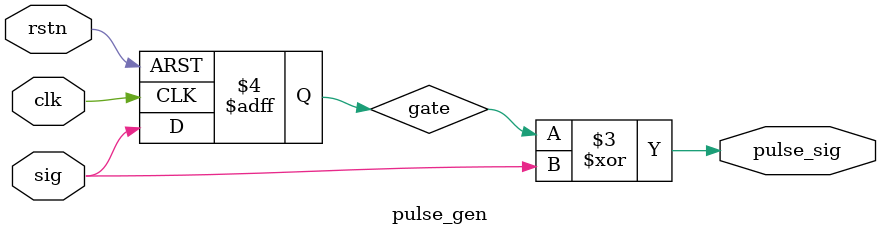
<source format=sv>
/*
Design for pulse generator. Takes an input sample and generates a corresponding pulse based on whether Rising edge, Falling edge or Either edge functionality 
is selected via relevant defines. Exact same logic cane be used in edge detection applications.
*/
module pulse_gen (
  					input logic sig,
  					input logic clk,
  					input logic rstn,
  					output logic pulse_sig
				  );
  
logic gate;
  
always_ff @ (posedge clk or negedge rstn) begin
    if (~rstn)
       gate <= 0;
    else 
       gate <= sig;
end
 
`ifdef RISING_PULSE_GEN
        assign pulse_sig = ~gate & sig;
`endif

`ifdef FALLING_PULSE_GEN
        assign pulse_sig = gate & ~sig;
`endif

/* Default : Either pulse generator */
assign pulse_sig = gate ^ sig;

endmodule 

</source>
